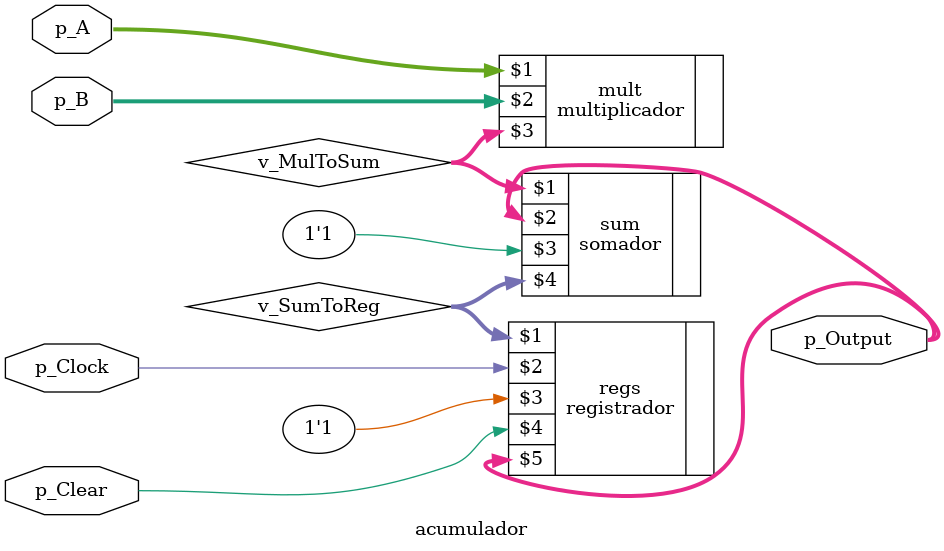
<source format=v>
module acumulador (p_A, p_B, p_Clock, p_Clear, p_Output);
    input p_Clock, p_Clear;
    input [7:0] p_A, p_B;
    output [15:0] p_Output;

    // fios de conexao entre os modulos
    wire [15:0] v_SumToReg, v_MulToSum;

    multiplicador mult (p_A, p_B, v_MulToSum);

    // a entrada p_WriteOn foi setada como constante
    registrador regs (v_SumToReg, p_Clock, 1'b1, p_Clear, p_Output);

    // este modulo pode trabalhar com duas operacoes, soma ou
    // subtracao, nesta pratica, vai ser utilizado somente a operacao
    // soma, sendo assim, p_Controle foi setado como 1
    somador sum (v_MulToSum, p_Output, 1'b1, v_SumToReg);

endmodule

</source>
